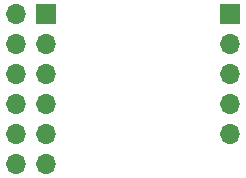
<source format=gbs>
G04 #@! TF.GenerationSoftware,KiCad,Pcbnew,7.0.7*
G04 #@! TF.CreationDate,2023-09-08T00:57:33+01:00*
G04 #@! TF.ProjectId,psram-pmod,70737261-6d2d-4706-9d6f-642e6b696361,A*
G04 #@! TF.SameCoordinates,Original*
G04 #@! TF.FileFunction,Soldermask,Bot*
G04 #@! TF.FilePolarity,Negative*
%FSLAX46Y46*%
G04 Gerber Fmt 4.6, Leading zero omitted, Abs format (unit mm)*
G04 Created by KiCad (PCBNEW 7.0.7) date 2023-09-08 00:57:33*
%MOMM*%
%LPD*%
G01*
G04 APERTURE LIST*
%ADD10O,1.700000X1.700000*%
%ADD11R,1.700000X1.700000*%
G04 APERTURE END LIST*
D10*
X73310000Y-88900000D03*
X73310000Y-86360000D03*
X73310000Y-83820000D03*
X73310000Y-81280000D03*
X73310000Y-78740000D03*
X73310000Y-76200000D03*
X75850000Y-88900000D03*
X75850000Y-86360000D03*
X75850000Y-83820000D03*
X75850000Y-81280000D03*
X75850000Y-78740000D03*
D11*
X75850000Y-76200000D03*
X91440000Y-76200000D03*
D10*
X91440000Y-78740000D03*
X91440000Y-81280000D03*
X91440000Y-83820000D03*
X91440000Y-86360000D03*
M02*

</source>
